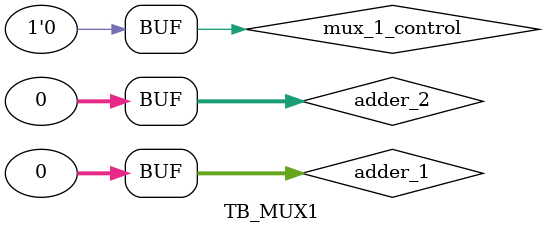
<source format=v>
`timescale 1ns / 1ps


module TB_MUX1;

	// Inputs
	reg [31:0] adder_1;
	reg [31:0] adder_2;
	reg mux_1_control;

	// Outputs
	wire [31:0] data_out;

	// Instantiate the Unit Under Test (UUT)
	Mux1 uut (
		.adder_1(adder_1), 
		.adder_2(adder_2), 
		.mux_1_control(mux_1_control), 
		.data_out(data_out)
	);

	initial begin
		// Initialize Inputs
		adder_1 = 0;
		adder_2 = 0;
		mux_1_control = 0;

		// Wait 100 ns for global reset to finish
		#100;
        
		 // Just needed the automatic

	end
      
endmodule


</source>
